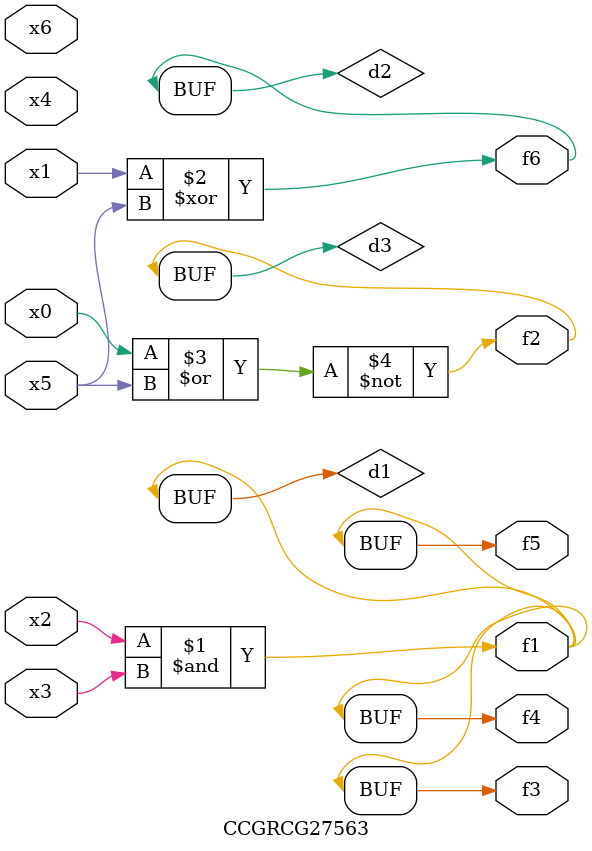
<source format=v>
module CCGRCG27563(
	input x0, x1, x2, x3, x4, x5, x6,
	output f1, f2, f3, f4, f5, f6
);

	wire d1, d2, d3;

	and (d1, x2, x3);
	xor (d2, x1, x5);
	nor (d3, x0, x5);
	assign f1 = d1;
	assign f2 = d3;
	assign f3 = d1;
	assign f4 = d1;
	assign f5 = d1;
	assign f6 = d2;
endmodule

</source>
